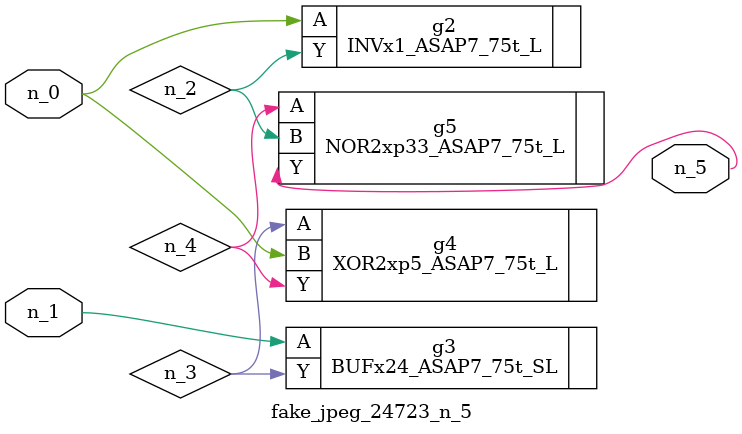
<source format=v>
module fake_jpeg_24723_n_5 (n_0, n_1, n_5);

input n_0;
input n_1;

output n_5;

wire n_2;
wire n_3;
wire n_4;

INVx1_ASAP7_75t_L g2 ( 
.A(n_0),
.Y(n_2)
);

BUFx24_ASAP7_75t_SL g3 ( 
.A(n_1),
.Y(n_3)
);

XOR2xp5_ASAP7_75t_L g4 ( 
.A(n_3),
.B(n_0),
.Y(n_4)
);

NOR2xp33_ASAP7_75t_L g5 ( 
.A(n_4),
.B(n_2),
.Y(n_5)
);


endmodule
</source>
